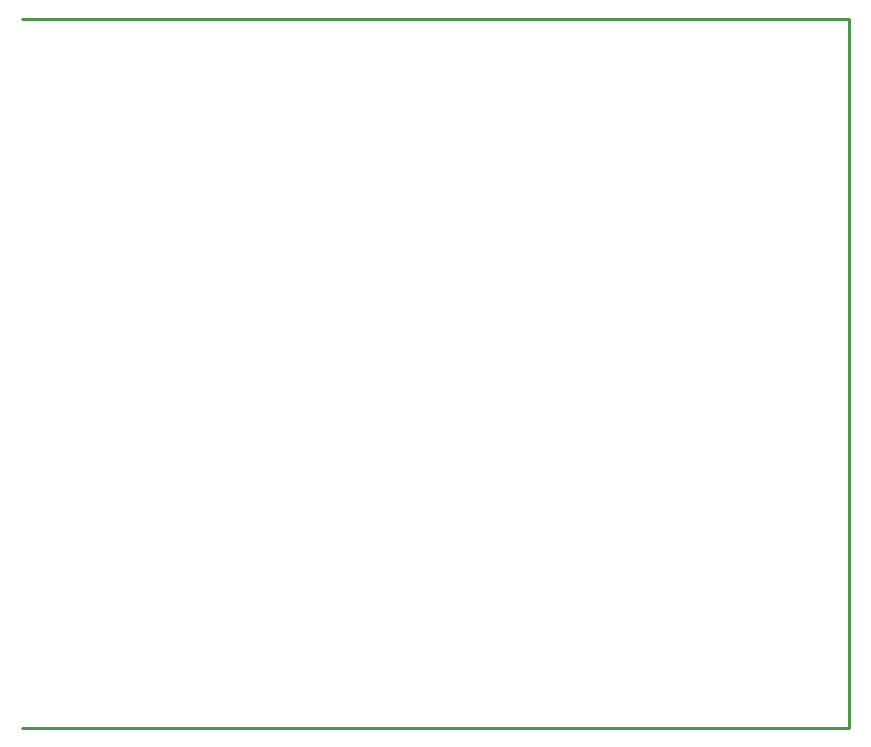
<source format=gko>
G04*
G04 #@! TF.GenerationSoftware,Altium Limited,Altium Designer,18.0.9 (584)*
G04*
G04 Layer_Color=16711935*
%FSLAX25Y25*%
%MOIN*%
G70*
G01*
G75*
%ADD13C,0.01000*%
D13*
X-9843Y-9843D02*
X265748Y-9843D01*
Y226378D01*
X-9843Y226378D02*
X265748Y226378D01*
M02*

</source>
